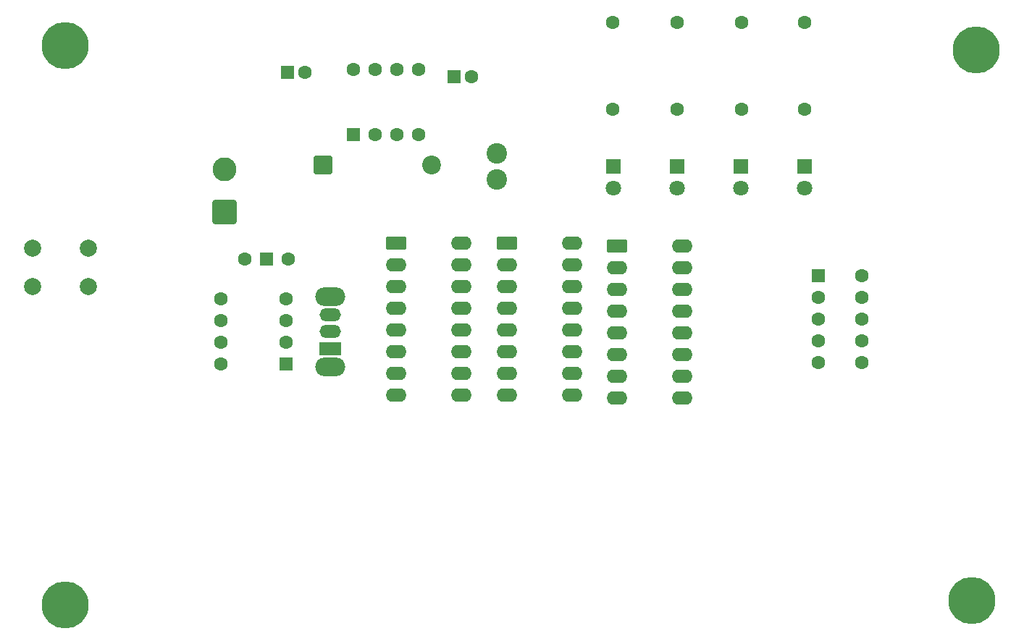
<source format=gbr>
%TF.GenerationSoftware,KiCad,Pcbnew,9.0.3*%
%TF.CreationDate,2025-12-16T09:59:01+01:00*%
%TF.ProjectId,PTP_Darijo_Matesic_Project1,5054505f-4461-4726-996a-6f5f4d617465,rev?*%
%TF.SameCoordinates,Original*%
%TF.FileFunction,Soldermask,Bot*%
%TF.FilePolarity,Negative*%
%FSLAX46Y46*%
G04 Gerber Fmt 4.6, Leading zero omitted, Abs format (unit mm)*
G04 Created by KiCad (PCBNEW 9.0.3) date 2025-12-16 09:59:01*
%MOMM*%
%LPD*%
G01*
G04 APERTURE LIST*
G04 Aperture macros list*
%AMRoundRect*
0 Rectangle with rounded corners*
0 $1 Rounding radius*
0 $2 $3 $4 $5 $6 $7 $8 $9 X,Y pos of 4 corners*
0 Add a 4 corners polygon primitive as box body*
4,1,4,$2,$3,$4,$5,$6,$7,$8,$9,$2,$3,0*
0 Add four circle primitives for the rounded corners*
1,1,$1+$1,$2,$3*
1,1,$1+$1,$4,$5*
1,1,$1+$1,$6,$7*
1,1,$1+$1,$8,$9*
0 Add four rect primitives between the rounded corners*
20,1,$1+$1,$2,$3,$4,$5,0*
20,1,$1+$1,$4,$5,$6,$7,0*
20,1,$1+$1,$6,$7,$8,$9,0*
20,1,$1+$1,$8,$9,$2,$3,0*%
G04 Aperture macros list end*
%ADD10O,2.400000X1.600000*%
%ADD11RoundRect,0.250000X-0.950000X-0.550000X0.950000X-0.550000X0.950000X0.550000X-0.950000X0.550000X0*%
%ADD12RoundRect,0.250001X1.149999X-1.149999X1.149999X1.149999X-1.149999X1.149999X-1.149999X-1.149999X0*%
%ADD13C,2.800000*%
%ADD14C,5.500000*%
%ADD15R,1.800000X1.800000*%
%ADD16C,1.800000*%
%ADD17RoundRect,0.250000X-0.550000X-0.550000X0.550000X-0.550000X0.550000X0.550000X-0.550000X0.550000X0*%
%ADD18C,1.600000*%
%ADD19RoundRect,0.250000X0.550000X-0.550000X0.550000X0.550000X-0.550000X0.550000X-0.550000X-0.550000X0*%
%ADD20RoundRect,0.249999X-0.850001X-0.850001X0.850001X-0.850001X0.850001X0.850001X-0.850001X0.850001X0*%
%ADD21C,2.200000*%
%ADD22C,2.000000*%
%ADD23O,3.500000X2.200000*%
%ADD24R,2.500000X1.500000*%
%ADD25O,2.500000X1.500000*%
%ADD26R,1.600000X1.600000*%
%ADD27RoundRect,0.250000X0.550000X0.550000X-0.550000X0.550000X-0.550000X-0.550000X0.550000X-0.550000X0*%
%ADD28C,2.400000*%
%ADD29R,1.500000X1.500000*%
G04 APERTURE END LIST*
D10*
%TO.C,U4*%
X123810000Y-51110000D03*
X123810000Y-53650000D03*
X123810000Y-56190000D03*
X123810000Y-58730000D03*
X123810000Y-61270000D03*
X123810000Y-63810000D03*
X123810000Y-66350000D03*
X123810000Y-68890000D03*
X116190000Y-68890000D03*
X116190000Y-66350000D03*
X116190000Y-63810000D03*
X116190000Y-61270000D03*
X116190000Y-58730000D03*
X116190000Y-56190000D03*
X116190000Y-53650000D03*
D11*
X116190000Y-51110000D03*
%TD*%
D12*
%TO.C,J1*%
X96117500Y-47500000D03*
D13*
X96117500Y-42500000D03*
%TD*%
D14*
%TO.C,H1*%
X77500000Y-28000000D03*
%TD*%
%TO.C,H3*%
X184000000Y-28500000D03*
%TD*%
D15*
%TO.C,D5*%
X141590000Y-42125000D03*
D16*
X141590000Y-44665000D03*
%TD*%
D17*
%TO.C,C2*%
X123000000Y-31665000D03*
D18*
X125000000Y-31665000D03*
%TD*%
D19*
%TO.C,U1*%
X111190000Y-38470000D03*
D18*
X113730000Y-38470000D03*
X116270000Y-38470000D03*
X118810000Y-38470000D03*
X118810000Y-30850000D03*
X116270000Y-30850000D03*
X113730000Y-30850000D03*
X111190000Y-30850000D03*
%TD*%
%TO.C,R6*%
X156560000Y-35450000D03*
X156560000Y-25290000D03*
%TD*%
D20*
%TO.C,D1*%
X107650000Y-42000000D03*
D21*
X120350000Y-42000000D03*
%TD*%
D15*
%TO.C,D3*%
X156530000Y-42125000D03*
D16*
X156530000Y-44665000D03*
%TD*%
D14*
%TO.C,H4*%
X77500000Y-93500000D03*
%TD*%
D18*
%TO.C,R7*%
X149060000Y-35450000D03*
X149060000Y-25290000D03*
%TD*%
%TO.C,R8*%
X141560000Y-35450000D03*
X141560000Y-25290000D03*
%TD*%
D22*
%TO.C,SW1*%
X73750000Y-51750000D03*
X80250000Y-51750000D03*
X73750000Y-56250000D03*
X80250000Y-56250000D03*
%TD*%
D23*
%TO.C,U3*%
X108500000Y-65600000D03*
X108500000Y-57400000D03*
D24*
X108500000Y-63500000D03*
D25*
X108500000Y-61500000D03*
X108500000Y-59500000D03*
%TD*%
D26*
%TO.C,U7*%
X165532500Y-54982500D03*
D18*
X165532500Y-57522500D03*
X165532500Y-60062500D03*
X165532500Y-62602500D03*
X165532500Y-65142500D03*
X170612500Y-65142500D03*
X170612500Y-62602500D03*
X170612500Y-60062500D03*
X170612500Y-57522500D03*
X170612500Y-54982500D03*
%TD*%
D17*
%TO.C,C1*%
X103544888Y-31165000D03*
D18*
X105544888Y-31165000D03*
%TD*%
D27*
%TO.C,U2*%
X103305000Y-65310000D03*
D18*
X103305000Y-62770000D03*
X103305000Y-60230000D03*
X103305000Y-57690000D03*
X95685000Y-57690000D03*
X95685000Y-60230000D03*
X95685000Y-62770000D03*
X95685000Y-65310000D03*
%TD*%
D15*
%TO.C,D4*%
X149060000Y-42125000D03*
D16*
X149060000Y-44665000D03*
%TD*%
D28*
%TO.C,L1*%
X128000000Y-43665000D03*
X128000000Y-40665000D03*
%TD*%
D15*
%TO.C,D2*%
X164000000Y-42125000D03*
D16*
X164000000Y-44665000D03*
%TD*%
D11*
%TO.C,U6*%
X142000000Y-51460000D03*
D10*
X142000000Y-54000000D03*
X142000000Y-56540000D03*
X142000000Y-59080000D03*
X142000000Y-61620000D03*
X142000000Y-64160000D03*
X142000000Y-66700000D03*
X142000000Y-69240000D03*
X149620000Y-69240000D03*
X149620000Y-66700000D03*
X149620000Y-64160000D03*
X149620000Y-61620000D03*
X149620000Y-59080000D03*
X149620000Y-56540000D03*
X149620000Y-54000000D03*
X149620000Y-51460000D03*
%TD*%
D11*
%TO.C,U5*%
X129190000Y-51110000D03*
D10*
X129190000Y-53650000D03*
X129190000Y-56190000D03*
X129190000Y-58730000D03*
X129190000Y-61270000D03*
X129190000Y-63810000D03*
X129190000Y-66350000D03*
X129190000Y-68890000D03*
X136810000Y-68890000D03*
X136810000Y-66350000D03*
X136810000Y-63810000D03*
X136810000Y-61270000D03*
X136810000Y-58730000D03*
X136810000Y-56190000D03*
X136810000Y-53650000D03*
X136810000Y-51110000D03*
%TD*%
D18*
%TO.C,R5*%
X164000000Y-35450000D03*
X164000000Y-25290000D03*
%TD*%
D14*
%TO.C,H2*%
X183500000Y-93000000D03*
%TD*%
D29*
%TO.C,SW2*%
X101040000Y-53000000D03*
D18*
X103580000Y-53000000D03*
X98500000Y-53000000D03*
%TD*%
M02*

</source>
